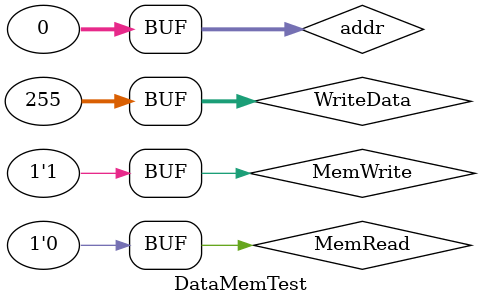
<source format=v>
module DataMemTest();
    reg clk, MemRead, MemWrite;
    reg [31:0] addr, WriteData;

    wire [31:0] ReadData;

    DataMem test (clk, addr, MemWrite, MemRead, WriteData, ReadData);

    initial begin
        addr <= 32'b0; MemWrite <= 1; MemRead <= 0; WriteData <= 32'hFF;
    end

    //initial begin
        //$monitor ("time = %t, inst = %b", $time);
    //end
endmodule
</source>
